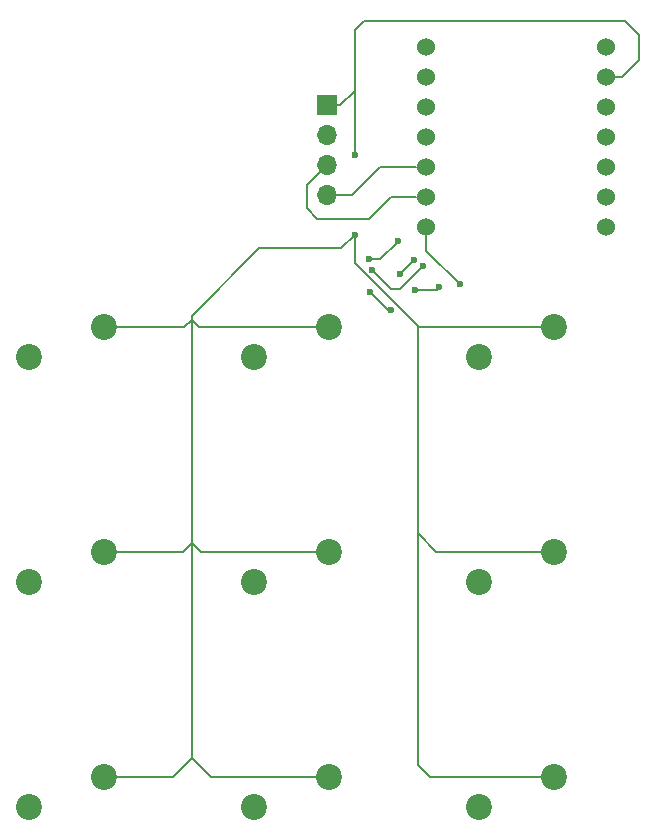
<source format=gbr>
%TF.GenerationSoftware,KiCad,Pcbnew,9.0.2*%
%TF.CreationDate,2025-06-19T18:20:55+08:00*%
%TF.ProjectId,osuPad,6f737550-6164-42e6-9b69-6361645f7063,rev?*%
%TF.SameCoordinates,Original*%
%TF.FileFunction,Copper,L2,Bot*%
%TF.FilePolarity,Positive*%
%FSLAX46Y46*%
G04 Gerber Fmt 4.6, Leading zero omitted, Abs format (unit mm)*
G04 Created by KiCad (PCBNEW 9.0.2) date 2025-06-19 18:20:55*
%MOMM*%
%LPD*%
G01*
G04 APERTURE LIST*
%TA.AperFunction,ComponentPad*%
%ADD10C,2.200000*%
%TD*%
%TA.AperFunction,ComponentPad*%
%ADD11R,1.700000X1.700000*%
%TD*%
%TA.AperFunction,ComponentPad*%
%ADD12O,1.700000X1.700000*%
%TD*%
%TA.AperFunction,ComponentPad*%
%ADD13C,1.524000*%
%TD*%
%TA.AperFunction,ViaPad*%
%ADD14C,0.600000*%
%TD*%
%TA.AperFunction,Conductor*%
%ADD15C,0.200000*%
%TD*%
G04 APERTURE END LIST*
D10*
%TO.P,SW4,1,1*%
%TO.N,GND*%
X117240000Y-105670000D03*
%TO.P,SW4,2,2*%
%TO.N,Net-(U1-GPIO29{slash}ADC3{slash}A3)*%
X110890000Y-108210000D03*
%TD*%
%TO.P,SW5,1,1*%
%TO.N,GND*%
X136290000Y-105670000D03*
%TO.P,SW5,2,2*%
%TO.N,Net-(U1-GPIO1{slash}RX)*%
X129940000Y-108210000D03*
%TD*%
%TO.P,SW6,1,1*%
%TO.N,GND*%
X155340000Y-105670000D03*
%TO.P,SW6,2,2*%
%TO.N,Net-(U1-GPIO2{slash}SCK)*%
X148990000Y-108210000D03*
%TD*%
D11*
%TO.P,Brd1,1,GND*%
%TO.N,GND*%
X136131250Y-67848750D03*
D12*
%TO.P,Brd1,2,VCC*%
%TO.N,+5V*%
X136131250Y-70388750D03*
%TO.P,Brd1,3,SCL*%
%TO.N,Net-(Brd1-SCL)*%
X136131250Y-72928750D03*
%TO.P,Brd1,4,SDA*%
%TO.N,Net-(Brd1-SDA)*%
X136131250Y-75468750D03*
%TD*%
D10*
%TO.P,SW9,1,1*%
%TO.N,GND*%
X155340000Y-86620000D03*
%TO.P,SW9,2,2*%
%TO.N,Net-(U1-GPIO0{slash}TX)*%
X148990000Y-89160000D03*
%TD*%
%TO.P,SW1,1,1*%
%TO.N,GND*%
X117240000Y-124720000D03*
%TO.P,SW1,2,2*%
%TO.N,Net-(U1-GPIO26{slash}ADC0{slash}A0)*%
X110890000Y-127260000D03*
%TD*%
%TO.P,SW8,1,1*%
%TO.N,GND*%
X136290000Y-86620000D03*
%TO.P,SW8,2,2*%
%TO.N,Net-(U1-GPIO3{slash}MOSI)*%
X129940000Y-89160000D03*
%TD*%
%TO.P,SW7,1,1*%
%TO.N,GND*%
X117240000Y-86620000D03*
%TO.P,SW7,2,2*%
%TO.N,Net-(U1-GPIO4{slash}MISO)*%
X110890000Y-89160000D03*
%TD*%
%TO.P,SW3,1,1*%
%TO.N,GND*%
X155340000Y-124720000D03*
%TO.P,SW3,2,2*%
%TO.N,Net-(U1-GPIO28{slash}ADC2{slash}A2)*%
X148990000Y-127260000D03*
%TD*%
D13*
%TO.P,U1,1,GPIO26/ADC0/A0*%
%TO.N,Net-(U1-GPIO26{slash}ADC0{slash}A0)*%
X144556250Y-62928750D03*
%TO.P,U1,2,GPIO27/ADC1/A1*%
%TO.N,Net-(U1-GPIO27{slash}ADC1{slash}A1)*%
X144556250Y-65468750D03*
%TO.P,U1,3,GPIO28/ADC2/A2*%
%TO.N,Net-(U1-GPIO28{slash}ADC2{slash}A2)*%
X144556250Y-68008750D03*
%TO.P,U1,4,GPIO29/ADC3/A3*%
%TO.N,Net-(U1-GPIO29{slash}ADC3{slash}A3)*%
X144556250Y-70548750D03*
%TO.P,U1,5,GPIO6/SDA*%
%TO.N,Net-(Brd1-SDA)*%
X144556250Y-73088750D03*
%TO.P,U1,6,GPIO7/SCL*%
%TO.N,Net-(Brd1-SCL)*%
X144556250Y-75628750D03*
%TO.P,U1,7,GPIO0/TX*%
%TO.N,Net-(U1-GPIO0{slash}TX)*%
X144556250Y-78168750D03*
%TO.P,U1,8,GPIO1/RX*%
%TO.N,Net-(U1-GPIO1{slash}RX)*%
X159796250Y-78168750D03*
%TO.P,U1,9,GPIO2/SCK*%
%TO.N,Net-(U1-GPIO2{slash}SCK)*%
X159796250Y-75628750D03*
%TO.P,U1,10,GPIO4/MISO*%
%TO.N,Net-(U1-GPIO4{slash}MISO)*%
X159796250Y-73088750D03*
%TO.P,U1,11,GPIO3/MOSI*%
%TO.N,Net-(U1-GPIO3{slash}MOSI)*%
X159796250Y-70548750D03*
%TO.P,U1,12,3V3*%
%TO.N,unconnected-(U1-3V3-Pad12)*%
X159796250Y-68008750D03*
%TO.P,U1,13,GND*%
%TO.N,GND*%
X159796250Y-65468750D03*
%TO.P,U1,14,VBUS*%
%TO.N,+5V*%
X159796250Y-62928750D03*
%TD*%
D10*
%TO.P,SW2,1,1*%
%TO.N,GND*%
X136290000Y-124720000D03*
%TO.P,SW2,2,2*%
%TO.N,Net-(U1-GPIO27{slash}ADC1{slash}A1)*%
X129940000Y-127260000D03*
%TD*%
D14*
%TO.N,GND*%
X138500000Y-78800000D03*
X138500000Y-72100000D03*
%TO.N,Net-(U1-GPIO29{slash}ADC3{slash}A3)*%
X139700000Y-80900000D03*
X142131250Y-79300000D03*
%TO.N,Net-(U1-GPIO1{slash}RX)*%
X139775735Y-83675735D03*
X143631250Y-83468750D03*
X145631250Y-83268750D03*
X141606985Y-85193015D03*
%TO.N,Net-(U1-GPIO4{slash}MISO)*%
X139931250Y-81768750D03*
X144255947Y-81468508D03*
%TO.N,Net-(U1-GPIO3{slash}MOSI)*%
X142331250Y-82168750D03*
X143531250Y-80968750D03*
%TO.N,Net-(U1-GPIO0{slash}TX)*%
X147400000Y-83000000D03*
%TD*%
D15*
%TO.N,GND*%
X125470000Y-105670000D02*
X124750000Y-104950000D01*
X136290000Y-105670000D02*
X125470000Y-105670000D01*
X123961250Y-105670000D02*
X124681250Y-104950000D01*
%TO.N,Net-(Brd1-SDA)*%
X138231250Y-75468750D02*
X140611250Y-73088750D01*
X140611250Y-73088750D02*
X143721250Y-73088750D01*
X136131250Y-75468750D02*
X138231250Y-75468750D01*
%TO.N,GND*%
X161400000Y-60700000D02*
X139300000Y-60700000D01*
X124731250Y-85668750D02*
X124731250Y-123131250D01*
X143831250Y-105668750D02*
X143831250Y-123668750D01*
X143831250Y-86768750D02*
X143831250Y-105668750D01*
X139300000Y-60700000D02*
X138500000Y-61500000D01*
X124080000Y-86620000D02*
X117240000Y-86620000D01*
X124731250Y-123131250D02*
X126320000Y-124720000D01*
X123961250Y-105670000D02*
X117240000Y-105670000D01*
X143831250Y-123668750D02*
X144882500Y-124720000D01*
X138500000Y-72100000D02*
X138500000Y-66600000D01*
X138500000Y-66600000D02*
X137251250Y-67848750D01*
X123111250Y-124720000D02*
X117240000Y-124720000D01*
X138500000Y-81237500D02*
X143831250Y-86568750D01*
X126320000Y-124720000D02*
X136290000Y-124720000D01*
X124731250Y-123100000D02*
X123111250Y-124720000D01*
X143831250Y-86568750D02*
X143831250Y-86768750D01*
X161131250Y-65468750D02*
X162600000Y-64000000D01*
X162600000Y-61900000D02*
X161400000Y-60700000D01*
X130431250Y-79968750D02*
X124731250Y-85668750D01*
X159796250Y-65468750D02*
X161131250Y-65468750D01*
X143831250Y-104100000D02*
X145401250Y-105670000D01*
X124700000Y-86000000D02*
X124080000Y-86620000D01*
X137251250Y-67848750D02*
X136131250Y-67848750D01*
X138500000Y-78800000D02*
X137331250Y-79968750D01*
X143882500Y-86620000D02*
X155340000Y-86620000D01*
X138500000Y-78800000D02*
X138500000Y-81237500D01*
X145401250Y-105670000D02*
X155340000Y-105670000D01*
X138500000Y-61500000D02*
X138500000Y-66600000D01*
X155291250Y-124768750D02*
X155340000Y-124720000D01*
X137331250Y-79968750D02*
X130431250Y-79968750D01*
X136290000Y-86620000D02*
X125351250Y-86620000D01*
X144882500Y-124720000D02*
X155340000Y-124720000D01*
X162600000Y-64000000D02*
X162600000Y-61900000D01*
X124731250Y-86000000D02*
X124700000Y-86000000D01*
X143831250Y-86568750D02*
X143882500Y-86620000D01*
X125351250Y-86620000D02*
X124731250Y-86000000D01*
%TO.N,Net-(Brd1-SCL)*%
X134431250Y-74628750D02*
X134431250Y-76568750D01*
X136131250Y-72928750D02*
X134431250Y-74628750D01*
X139731250Y-77468750D02*
X141571250Y-75628750D01*
X135331250Y-77468750D02*
X139731250Y-77468750D01*
X134431250Y-76568750D02*
X135331250Y-77468750D01*
X141571250Y-75628750D02*
X143721250Y-75628750D01*
%TO.N,Net-(U1-GPIO29{slash}ADC3{slash}A3)*%
X140649946Y-80900000D02*
X139700000Y-80900000D01*
X142131250Y-79418696D02*
X140649946Y-80900000D01*
X142131250Y-79300000D02*
X142131250Y-79418696D01*
X142131250Y-79268750D02*
X142131250Y-79300000D01*
%TO.N,Net-(U1-GPIO1{slash}RX)*%
X141606985Y-85193015D02*
X141293015Y-85193015D01*
X145631250Y-83268750D02*
X145431250Y-83468750D01*
X145431250Y-83468750D02*
X143631250Y-83468750D01*
X141293015Y-85193015D02*
X139775735Y-83675735D01*
%TO.N,Net-(U1-GPIO4{slash}MISO)*%
X141531250Y-83368750D02*
X142355705Y-83368750D01*
X139931250Y-81768750D02*
X141531250Y-83368750D01*
X142355705Y-83368750D02*
X144255947Y-81468508D01*
%TO.N,Net-(U1-GPIO3{slash}MOSI)*%
X142331250Y-82168750D02*
X143531250Y-80968750D01*
%TO.N,Net-(U1-GPIO0{slash}TX)*%
X147400000Y-83000000D02*
X144556250Y-80156250D01*
X144556250Y-80156250D02*
X144556250Y-78168750D01*
%TD*%
M02*

</source>
